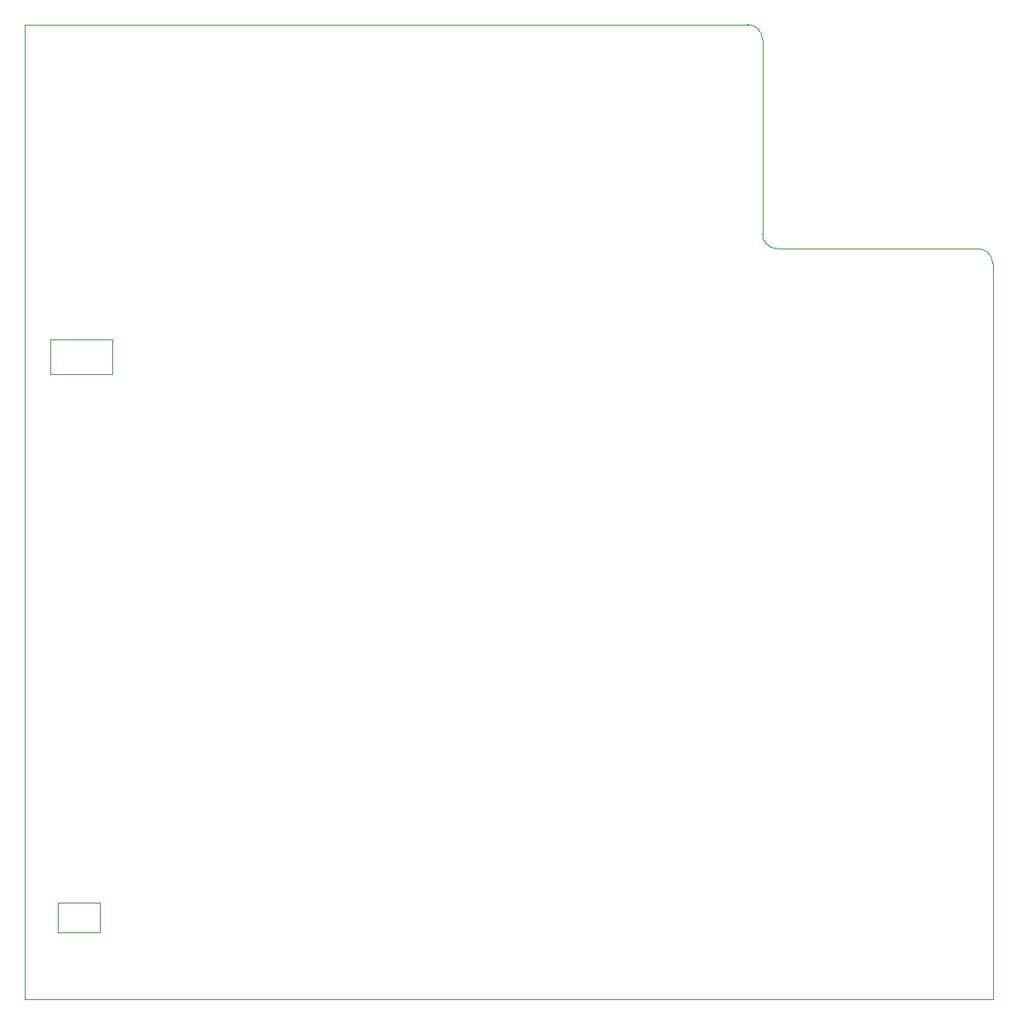
<source format=gm1>
G04 #@! TF.GenerationSoftware,KiCad,Pcbnew,(5.1.9-0-10_14)*
G04 #@! TF.CreationDate,2021-05-12T23:54:50+10:00*
G04 #@! TF.ProjectId,Shield,53686965-6c64-42e6-9b69-6361645f7063,rev?*
G04 #@! TF.SameCoordinates,Original*
G04 #@! TF.FileFunction,Profile,NP*
%FSLAX46Y46*%
G04 Gerber Fmt 4.6, Leading zero omitted, Abs format (unit mm)*
G04 Created by KiCad (PCBNEW (5.1.9-0-10_14)) date 2021-05-12 23:54:50*
%MOMM*%
%LPD*%
G01*
G04 APERTURE LIST*
G04 #@! TA.AperFunction,Profile*
%ADD10C,0.050000*%
G04 #@! TD*
G04 #@! TA.AperFunction,Profile*
%ADD11C,0.100000*%
G04 #@! TD*
G04 APERTURE END LIST*
D10*
X168275000Y-56261000D02*
G75*
G02*
X169799000Y-57785000I0J-1524000D01*
G01*
X191897000Y-79248000D02*
G75*
G02*
X193421000Y-80772000I0J-1524000D01*
G01*
X171323000Y-79248000D02*
G75*
G02*
X169799000Y-77724000I0J1524000D01*
G01*
X94107000Y-156210000D02*
X193421000Y-156210000D01*
D11*
X96774000Y-92075000D02*
X96774000Y-88519000D01*
X103124000Y-92075000D02*
X96774000Y-92075000D01*
X103124000Y-88519000D02*
X103124000Y-92075000D01*
X96774000Y-88519000D02*
X103124000Y-88519000D01*
X97536000Y-149352000D02*
X97536000Y-146304000D01*
X101854000Y-146304000D02*
X101854000Y-149352000D01*
X97536000Y-146304000D02*
X101854000Y-146304000D01*
D10*
X168275000Y-56261000D02*
X94107000Y-56261000D01*
X169799000Y-77724000D02*
X169799000Y-57785000D01*
X191897000Y-79248000D02*
X171323000Y-79248000D01*
X193421000Y-156210000D02*
X193421000Y-80772000D01*
X101854000Y-149352000D02*
X97536000Y-149352000D01*
X94107000Y-56261000D02*
X94107000Y-156210000D01*
M02*

</source>
